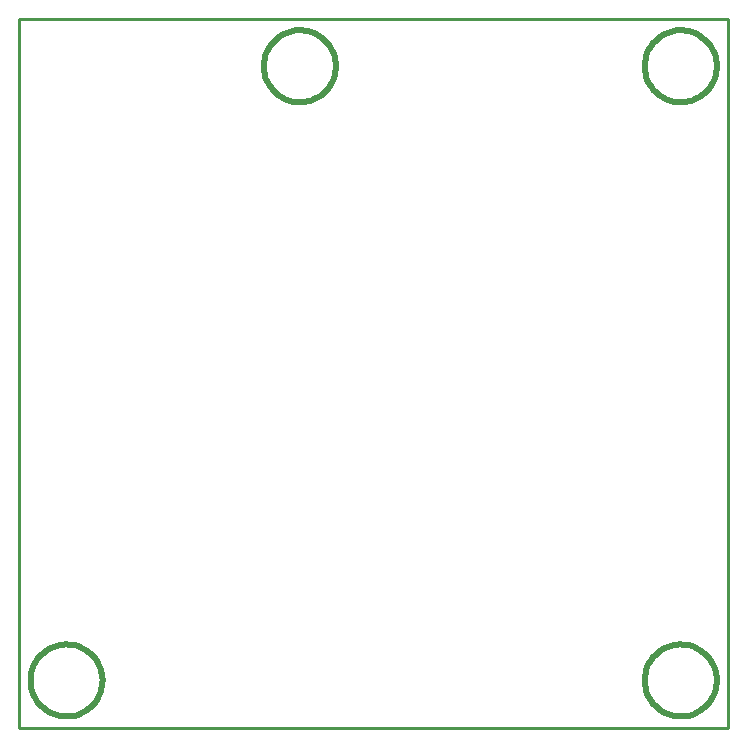
<source format=gko>
G04*
G04 #@! TF.GenerationSoftware,Altium Limited,Altium Designer,20.2.6 (244)*
G04*
G04 Layer_Color=16711935*
%FSLAX25Y25*%
%MOIN*%
G70*
G04*
G04 #@! TF.SameCoordinates,023A6027-31B4-44E3-9114-37264AD4D944*
G04*
G04*
G04 #@! TF.FilePolarity,Positive*
G04*
G01*
G75*
%ADD11C,0.02000*%
%ADD13C,0.01000*%
D11*
X105504Y220472D02*
X105462Y221477D01*
X105336Y222474D01*
X105127Y223457D01*
X104836Y224419D01*
X104466Y225353D01*
X104020Y226254D01*
X103499Y227113D01*
X102908Y227926D01*
X102252Y228687D01*
X101533Y229390D01*
X100759Y230031D01*
X99934Y230604D01*
X99063Y231107D01*
X98154Y231535D01*
X97212Y231885D01*
X96244Y232155D01*
X95257Y232344D01*
X94257Y232449D01*
X93253Y232470D01*
X92250Y232407D01*
X91255Y232260D01*
X90277Y232030D01*
X89321Y231720D01*
X88395Y231330D01*
X87504Y230865D01*
X86655Y230326D01*
X85855Y229719D01*
X85108Y229046D01*
X84420Y228313D01*
X83796Y227526D01*
X83240Y226689D01*
X82755Y225808D01*
X82347Y224890D01*
X82016Y223941D01*
X81766Y222967D01*
X81599Y221976D01*
X81515Y220975D01*
Y219970D01*
X81599Y218968D01*
X81766Y217977D01*
X82016Y217004D01*
X82347Y216055D01*
X82755Y215137D01*
X83240Y214256D01*
X83796Y213419D01*
X84420Y212631D01*
X85108Y211899D01*
X85855Y211226D01*
X86655Y210619D01*
X87504Y210080D01*
X88395Y209614D01*
X89321Y209225D01*
X90277Y208914D01*
X91255Y208685D01*
X92250Y208538D01*
X93253Y208475D01*
X94257Y208496D01*
X95257Y208601D01*
X96244Y208789D01*
X97212Y209060D01*
X98154Y209410D01*
X99063Y209838D01*
X99934Y210340D01*
X100759Y210914D01*
X101533Y211555D01*
X102252Y212258D01*
X102908Y213019D01*
X103499Y213832D01*
X104020Y214691D01*
X104466Y215592D01*
X104836Y216526D01*
X105127Y217488D01*
X105336Y218471D01*
X105462Y219468D01*
X105504Y220472D01*
X27748Y15748D02*
X27706Y16752D01*
X27580Y17749D01*
X27371Y18732D01*
X27081Y19694D01*
X26711Y20629D01*
X26264Y21529D01*
X25743Y22389D01*
X25152Y23202D01*
X24496Y23963D01*
X23778Y24666D01*
X23003Y25306D01*
X22178Y25880D01*
X21308Y26382D01*
X20398Y26810D01*
X19456Y27161D01*
X18488Y27431D01*
X17501Y27619D01*
X16501Y27724D01*
X15497Y27745D01*
X14494Y27682D01*
X13499Y27536D01*
X12521Y27306D01*
X11565Y26995D01*
X10639Y26606D01*
X9748Y26140D01*
X8900Y25602D01*
X8099Y24994D01*
X7352Y24322D01*
X6664Y23589D01*
X6040Y22801D01*
X5484Y21964D01*
X5000Y21084D01*
X4591Y20166D01*
X4260Y19216D01*
X4010Y18243D01*
X3843Y17252D01*
X3759Y16251D01*
Y15246D01*
X3843Y14244D01*
X4010Y13253D01*
X4260Y12280D01*
X4591Y11331D01*
X5000Y10412D01*
X5484Y9532D01*
X6040Y8695D01*
X6664Y7907D01*
X7352Y7174D01*
X8099Y6502D01*
X8900Y5894D01*
X9748Y5356D01*
X10639Y4890D01*
X11565Y4501D01*
X12521Y4190D01*
X13499Y3961D01*
X14494Y3814D01*
X15497Y3751D01*
X16501Y3772D01*
X17501Y3877D01*
X18488Y4065D01*
X19456Y4335D01*
X20398Y4686D01*
X21308Y5114D01*
X22178Y5616D01*
X23003Y6190D01*
X23778Y6830D01*
X24496Y7534D01*
X25152Y8294D01*
X25743Y9107D01*
X26264Y9967D01*
X26711Y10867D01*
X27081Y11802D01*
X27371Y12764D01*
X27580Y13747D01*
X27706Y14744D01*
X27748Y15748D01*
X232472Y220472D02*
X232430Y221477D01*
X232304Y222474D01*
X232095Y223457D01*
X231805Y224419D01*
X231435Y225353D01*
X230988Y226254D01*
X230468Y227113D01*
X229877Y227926D01*
X229220Y228687D01*
X228502Y229390D01*
X227728Y230031D01*
X226902Y230604D01*
X226032Y231107D01*
X225123Y231535D01*
X224181Y231885D01*
X223213Y232155D01*
X222225Y232344D01*
X221226Y232449D01*
X220221Y232470D01*
X219218Y232407D01*
X218224Y232260D01*
X217245Y232030D01*
X216290Y231720D01*
X215363Y231330D01*
X214472Y230865D01*
X213624Y230326D01*
X212823Y229719D01*
X212076Y229046D01*
X211388Y228313D01*
X210764Y227526D01*
X210208Y226689D01*
X209724Y225808D01*
X209315Y224890D01*
X208985Y223941D01*
X208735Y222967D01*
X208567Y221976D01*
X208483Y220975D01*
Y219970D01*
X208567Y218968D01*
X208735Y217977D01*
X208985Y217004D01*
X209315Y216055D01*
X209724Y215137D01*
X210208Y214256D01*
X210764Y213419D01*
X211388Y212631D01*
X212076Y211899D01*
X212823Y211226D01*
X213624Y210619D01*
X214473Y210080D01*
X215363Y209614D01*
X216290Y209225D01*
X217245Y208914D01*
X218224Y208685D01*
X219218Y208538D01*
X220221Y208475D01*
X221226Y208496D01*
X222225Y208601D01*
X223213Y208789D01*
X224181Y209060D01*
X225123Y209410D01*
X226032Y209838D01*
X226902Y210340D01*
X227728Y210914D01*
X228502Y211555D01*
X229220Y212258D01*
X229877Y213019D01*
X230468Y213832D01*
X230988Y214691D01*
X231435Y215592D01*
X231805Y216526D01*
X232095Y217488D01*
X232304Y218471D01*
X232430Y219468D01*
X232472Y220472D01*
Y15748D02*
X232430Y16752D01*
X232304Y17749D01*
X232095Y18732D01*
X231805Y19694D01*
X231435Y20629D01*
X230988Y21529D01*
X230468Y22389D01*
X229877Y23202D01*
X229220Y23963D01*
X228502Y24666D01*
X227728Y25306D01*
X226902Y25880D01*
X226032Y26382D01*
X225123Y26810D01*
X224181Y27161D01*
X223213Y27431D01*
X222225Y27619D01*
X221226Y27724D01*
X220221Y27745D01*
X219218Y27682D01*
X218224Y27536D01*
X217245Y27306D01*
X216290Y26995D01*
X215363Y26606D01*
X214472Y26140D01*
X213624Y25602D01*
X212823Y24994D01*
X212076Y24322D01*
X211388Y23589D01*
X210764Y22801D01*
X210208Y21964D01*
X209724Y21084D01*
X209315Y20166D01*
X208985Y19216D01*
X208735Y18243D01*
X208567Y17252D01*
X208483Y16251D01*
Y15246D01*
X208567Y14244D01*
X208735Y13253D01*
X208985Y12280D01*
X209315Y11331D01*
X209724Y10412D01*
X210208Y9532D01*
X210764Y8695D01*
X211388Y7907D01*
X212076Y7174D01*
X212823Y6502D01*
X213624Y5894D01*
X214473Y5356D01*
X215363Y4890D01*
X216290Y4501D01*
X217245Y4190D01*
X218224Y3961D01*
X219218Y3814D01*
X220221Y3751D01*
X221226Y3772D01*
X222225Y3877D01*
X223213Y4065D01*
X224181Y4335D01*
X225123Y4686D01*
X226032Y5114D01*
X226902Y5616D01*
X227728Y6190D01*
X228502Y6830D01*
X229220Y7534D01*
X229877Y8294D01*
X230468Y9107D01*
X230988Y9967D01*
X231435Y10867D01*
X231805Y11802D01*
X232095Y12764D01*
X232304Y13747D01*
X232430Y14744D01*
X232472Y15748D01*
D13*
X0Y0D02*
Y236221D01*
X236221D01*
Y0D02*
Y236221D01*
X0Y0D02*
X236221D01*
M02*

</source>
